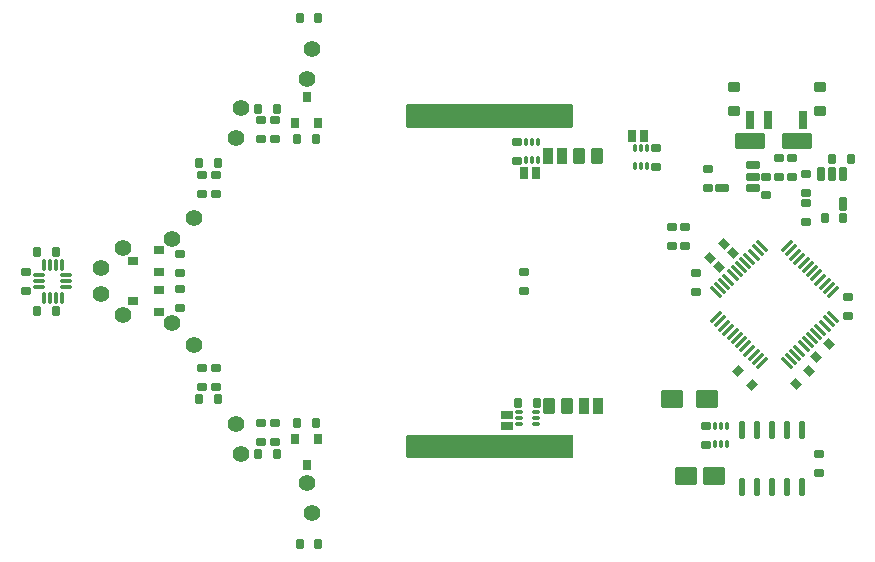
<source format=gts>
G04 #@! TF.GenerationSoftware,KiCad,Pcbnew,7.0.5*
G04 #@! TF.CreationDate,2024-01-12T07:50:16+09:00*
G04 #@! TF.ProjectId,uglyBob,75676c79-426f-4622-9e6b-696361645f70,rev?*
G04 #@! TF.SameCoordinates,Original*
G04 #@! TF.FileFunction,Soldermask,Top*
G04 #@! TF.FilePolarity,Negative*
%FSLAX46Y46*%
G04 Gerber Fmt 4.6, Leading zero omitted, Abs format (unit mm)*
G04 Created by KiCad (PCBNEW 7.0.5) date 2024-01-12 07:50:16*
%MOMM*%
%LPD*%
G01*
G04 APERTURE LIST*
G04 Aperture macros list*
%AMRoundRect*
0 Rectangle with rounded corners*
0 $1 Rounding radius*
0 $2 $3 $4 $5 $6 $7 $8 $9 X,Y pos of 4 corners*
0 Add a 4 corners polygon primitive as box body*
4,1,4,$2,$3,$4,$5,$6,$7,$8,$9,$2,$3,0*
0 Add four circle primitives for the rounded corners*
1,1,$1+$1,$2,$3*
1,1,$1+$1,$4,$5*
1,1,$1+$1,$6,$7*
1,1,$1+$1,$8,$9*
0 Add four rect primitives between the rounded corners*
20,1,$1+$1,$2,$3,$4,$5,0*
20,1,$1+$1,$4,$5,$6,$7,0*
20,1,$1+$1,$6,$7,$8,$9,0*
20,1,$1+$1,$8,$9,$2,$3,0*%
G04 Aperture macros list end*
%ADD10C,0.600000*%
%ADD11RoundRect,0.080000X0.320000X-0.620000X0.320000X0.620000X-0.320000X0.620000X-0.320000X-0.620000X0*%
%ADD12RoundRect,0.100000X0.400000X-0.600000X0.400000X0.600000X-0.400000X0.600000X-0.400000X-0.600000X0*%
%ADD13RoundRect,0.037500X0.362500X-0.262500X0.362500X0.262500X-0.362500X0.262500X-0.362500X-0.262500X0*%
%ADD14RoundRect,0.037500X0.262500X0.362500X-0.262500X0.362500X-0.262500X-0.362500X0.262500X-0.362500X0*%
%ADD15RoundRect,0.037500X-0.262500X-0.362500X0.262500X-0.362500X0.262500X0.362500X-0.262500X0.362500X0*%
%ADD16C,1.400000*%
%ADD17RoundRect,0.019685X-0.280315X0.530315X-0.280315X-0.530315X0.280315X-0.530315X0.280315X0.530315X0*%
%ADD18RoundRect,0.140000X-1.110000X0.560000X-1.110000X-0.560000X1.110000X-0.560000X1.110000X0.560000X0*%
%ADD19RoundRect,0.100000X0.150000X0.650000X-0.150000X0.650000X-0.150000X-0.650000X0.150000X-0.650000X0*%
%ADD20RoundRect,0.037500X-0.362500X0.262500X-0.362500X-0.262500X0.362500X-0.262500X0.362500X0.262500X0*%
%ADD21RoundRect,0.060000X0.390000X0.240000X-0.390000X0.240000X-0.390000X-0.240000X0.390000X-0.240000X0*%
%ADD22RoundRect,0.037500X0.441942X0.070711X0.070711X0.441942X-0.441942X-0.070711X-0.070711X-0.441942X0*%
%ADD23RoundRect,0.060000X-0.240000X0.390000X-0.240000X-0.390000X0.240000X-0.390000X0.240000X0.390000X0*%
%ADD24RoundRect,0.050000X-0.318198X-0.459619X0.459619X0.318198X0.318198X0.459619X-0.459619X-0.318198X0*%
%ADD25RoundRect,0.050000X0.459619X-0.318198X-0.318198X0.459619X-0.459619X0.318198X0.318198X-0.459619X0*%
%ADD26RoundRect,0.050000X0.318198X0.459619X-0.459619X-0.318198X-0.318198X-0.459619X0.459619X0.318198X0*%
%ADD27RoundRect,0.037500X0.070711X-0.441942X0.441942X-0.070711X-0.070711X0.441942X-0.441942X0.070711X0*%
%ADD28RoundRect,0.070000X0.280000X0.680000X-0.280000X0.680000X-0.280000X-0.680000X0.280000X-0.680000X0*%
%ADD29RoundRect,0.080000X0.420000X0.320000X-0.420000X0.320000X-0.420000X-0.320000X0.420000X-0.320000X0*%
%ADD30RoundRect,0.080000X-0.320000X0.620000X-0.320000X-0.620000X0.320000X-0.620000X0.320000X0.620000X0*%
%ADD31RoundRect,0.100000X-0.400000X0.600000X-0.400000X-0.600000X0.400000X-0.600000X0.400000X0.600000X0*%
%ADD32RoundRect,0.075000X0.425000X0.300000X-0.425000X0.300000X-0.425000X-0.300000X0.425000X-0.300000X0*%
%ADD33RoundRect,0.060000X0.240000X-0.390000X0.240000X0.390000X-0.240000X0.390000X-0.240000X-0.390000X0*%
%ADD34RoundRect,0.060000X0.090000X-0.275000X0.090000X0.275000X-0.090000X0.275000X-0.090000X-0.275000X0*%
%ADD35RoundRect,0.060000X-0.090000X0.275000X-0.090000X-0.275000X0.090000X-0.275000X0.090000X0.275000X0*%
%ADD36RoundRect,0.060000X0.275000X0.090000X-0.275000X0.090000X-0.275000X-0.090000X0.275000X-0.090000X0*%
%ADD37RoundRect,0.075000X0.300000X-0.425000X0.300000X0.425000X-0.300000X0.425000X-0.300000X-0.425000X0*%
%ADD38RoundRect,0.019685X0.530315X0.280315X-0.530315X0.280315X-0.530315X-0.280315X0.530315X-0.280315X0*%
%ADD39RoundRect,0.075000X-0.300000X0.425000X-0.300000X-0.425000X0.300000X-0.425000X0.300000X0.425000X0*%
%ADD40RoundRect,0.050000X-0.850000X-0.700000X0.850000X-0.700000X0.850000X0.700000X-0.850000X0.700000X0*%
%ADD41RoundRect,0.060000X-0.090000X0.440000X-0.090000X-0.440000X0.090000X-0.440000X0.090000X0.440000X0*%
%ADD42RoundRect,0.060000X-0.440000X-0.090000X0.440000X-0.090000X0.440000X0.090000X-0.440000X0.090000X0*%
%ADD43RoundRect,0.093750X0.806250X0.656250X-0.806250X0.656250X-0.806250X-0.656250X0.806250X-0.656250X0*%
G04 APERTURE END LIST*
D10*
X104950000Y-89450000D03*
D11*
X104950000Y-89450000D03*
D10*
X106150000Y-89450000D03*
D11*
X106150000Y-89450000D03*
D10*
X107550000Y-89450000D03*
D12*
X107550000Y-89450000D03*
D10*
X109050000Y-89450000D03*
D12*
X109050000Y-89450000D03*
D13*
X114100000Y-90300000D03*
X114100000Y-88700000D03*
X117500000Y-100950000D03*
X117500000Y-99350000D03*
X73800000Y-99300000D03*
X73800000Y-97700000D03*
D14*
X104000000Y-110300000D03*
X102400000Y-110300000D03*
D13*
X81800000Y-88000000D03*
X81800000Y-86400000D03*
D14*
X77000000Y-110000000D03*
X75400000Y-110000000D03*
D15*
X83700000Y-88000000D03*
X85300000Y-88000000D03*
D16*
X78530148Y-112123649D03*
X78949288Y-114628827D03*
X78530148Y-87876351D03*
X78949288Y-85371173D03*
X73138532Y-103570056D03*
X74926740Y-105373916D03*
X73138532Y-96429944D03*
X74926740Y-94626084D03*
D13*
X116500000Y-97000000D03*
X116500000Y-95400000D03*
D17*
X129950000Y-90900000D03*
X129000000Y-90900000D03*
X128050000Y-90900000D03*
X129950000Y-93500000D03*
D10*
X126500000Y-88100000D03*
D18*
X126000000Y-88100000D03*
D10*
X125500000Y-88100000D03*
X122500000Y-88100000D03*
D18*
X122000000Y-88100000D03*
D10*
X121500000Y-88100000D03*
D14*
X85300000Y-112000000D03*
X83700000Y-112000000D03*
D19*
X121360000Y-117405000D03*
X121360000Y-112595000D03*
X122630000Y-117405000D03*
X122630000Y-112595000D03*
X123900000Y-117405000D03*
X123900000Y-112595000D03*
X125170000Y-117405000D03*
X125170000Y-112595000D03*
X126440000Y-117405000D03*
X126440000Y-112595000D03*
D20*
X76800000Y-107400000D03*
X76800000Y-109000000D03*
D21*
X72000000Y-99250000D03*
X72000000Y-97350000D03*
X69800000Y-98300000D03*
D20*
X80600000Y-86400000D03*
X80600000Y-88000000D03*
D22*
X122165685Y-108765685D03*
X121034315Y-107634315D03*
D23*
X85450000Y-113400000D03*
X83550000Y-113400000D03*
X84500000Y-115600000D03*
D13*
X60700000Y-100800000D03*
X60700000Y-99200000D03*
D24*
X129049747Y-100939340D03*
X128696194Y-100585786D03*
X128342641Y-100232233D03*
X127989087Y-99878680D03*
X127635534Y-99525126D03*
X127281981Y-99171573D03*
X126928427Y-98818019D03*
X126574874Y-98464466D03*
X126221320Y-98110913D03*
X125867767Y-97757359D03*
X125514214Y-97403806D03*
X125160660Y-97050253D03*
D25*
X123039340Y-97050253D03*
X122685786Y-97403806D03*
X122332233Y-97757359D03*
X121978680Y-98110913D03*
X121625126Y-98464466D03*
X121271573Y-98818019D03*
X120918019Y-99171573D03*
X120564466Y-99525126D03*
X120210913Y-99878680D03*
X119857359Y-100232233D03*
X119503806Y-100585786D03*
X119150253Y-100939340D03*
D26*
X119150253Y-103060660D03*
X119503806Y-103414214D03*
X119857359Y-103767767D03*
X120210913Y-104121320D03*
X120564466Y-104474874D03*
X120918019Y-104828427D03*
X121271573Y-105181981D03*
X121625126Y-105535534D03*
X121978680Y-105889087D03*
X122332233Y-106242641D03*
X122685786Y-106596194D03*
X123039340Y-106949747D03*
D25*
X125160660Y-106949747D03*
X125514214Y-106596194D03*
X125867767Y-106242641D03*
X126221320Y-105889087D03*
X126574874Y-105535534D03*
X126928427Y-105181981D03*
X127281981Y-104828427D03*
X127635534Y-104474874D03*
X127989087Y-104121320D03*
X128342641Y-103767767D03*
X128696194Y-103414214D03*
X129049747Y-103060660D03*
D13*
X75600000Y-92600000D03*
X75600000Y-91000000D03*
D20*
X124500000Y-89550000D03*
X124500000Y-91150000D03*
D16*
X84562532Y-117136564D03*
X84922342Y-119650950D03*
X84562532Y-82863436D03*
X84922342Y-80349050D03*
X68944963Y-102832197D03*
X67061305Y-101128251D03*
X68944963Y-97167803D03*
X67061305Y-98871749D03*
D27*
X119434315Y-98765685D03*
X120565685Y-97634315D03*
D28*
X126550000Y-86350000D03*
X123550000Y-86350000D03*
X122050000Y-86350000D03*
D29*
X127950000Y-85600000D03*
X127950000Y-83600000D03*
X120650000Y-85600000D03*
X120650000Y-83600000D03*
D20*
X127850000Y-114650000D03*
X127850000Y-116250000D03*
D13*
X115400000Y-97000000D03*
X115400000Y-95400000D03*
D15*
X61700000Y-97500000D03*
X63300000Y-97500000D03*
D10*
X109150000Y-110550000D03*
D30*
X109150000Y-110550000D03*
D10*
X107950000Y-110550000D03*
D30*
X107950000Y-110550000D03*
D10*
X106550000Y-110550000D03*
D31*
X106550000Y-110550000D03*
D10*
X105050000Y-110550000D03*
D31*
X105050000Y-110550000D03*
D20*
X126800000Y-90900000D03*
X126800000Y-92500000D03*
D14*
X129950000Y-94700000D03*
X128350000Y-94700000D03*
X77000000Y-90000000D03*
X75400000Y-90000000D03*
D15*
X80400000Y-114600000D03*
X82000000Y-114600000D03*
D27*
X127584315Y-106415685D03*
X128715685Y-105284315D03*
D32*
X101450000Y-112300000D03*
X101450000Y-111300000D03*
D13*
X80600000Y-113600000D03*
X80600000Y-112000000D03*
X125600000Y-91150000D03*
X125600000Y-89550000D03*
D33*
X83550000Y-86600000D03*
X85450000Y-86600000D03*
X84500000Y-84400000D03*
D34*
X112300000Y-90240000D03*
X112800000Y-90240000D03*
X113300000Y-90240000D03*
X113300000Y-88760000D03*
X112800000Y-88760000D03*
X112300000Y-88760000D03*
D21*
X72000000Y-102650000D03*
X72000000Y-100750000D03*
X69800000Y-101700000D03*
D35*
X120100000Y-112310000D03*
X119600000Y-112310000D03*
X119100000Y-112310000D03*
X119100000Y-113790000D03*
X119600000Y-113790000D03*
X120100000Y-113790000D03*
D36*
X103940000Y-112100000D03*
X103940000Y-111600000D03*
X103940000Y-111100000D03*
X102460000Y-111100000D03*
X102460000Y-111600000D03*
X102460000Y-112100000D03*
D35*
X104050000Y-88260000D03*
X103550000Y-88260000D03*
X103050000Y-88260000D03*
X103050000Y-89740000D03*
X103550000Y-89740000D03*
X104050000Y-89740000D03*
D15*
X83900000Y-122250000D03*
X85500000Y-122250000D03*
D20*
X130350000Y-101350000D03*
X130350000Y-102950000D03*
D37*
X112050000Y-87750000D03*
X113050000Y-87750000D03*
D38*
X122300000Y-92100000D03*
X122300000Y-91150000D03*
X122300000Y-90200000D03*
X119700000Y-92100000D03*
D20*
X81800000Y-112000000D03*
X81800000Y-113600000D03*
D15*
X80400000Y-85400000D03*
X82000000Y-85400000D03*
D14*
X63300000Y-102500000D03*
X61700000Y-102500000D03*
D39*
X103900000Y-90850000D03*
X102900000Y-90850000D03*
D13*
X73800000Y-102300000D03*
X73800000Y-100700000D03*
D40*
X119000000Y-116500000D03*
X116600000Y-116500000D03*
D20*
X75600000Y-107400000D03*
X75600000Y-109000000D03*
D13*
X118500000Y-92100000D03*
X118500000Y-90500000D03*
D41*
X63750000Y-98600000D03*
X63250000Y-98600000D03*
X62750000Y-98600000D03*
X62250000Y-98600000D03*
D42*
X61850000Y-99500000D03*
X61850000Y-100000000D03*
X61850000Y-100500000D03*
D41*
X62250000Y-101400000D03*
X62750000Y-101400000D03*
X63250000Y-101400000D03*
X63750000Y-101400000D03*
D42*
X64150000Y-100500000D03*
X64150000Y-100000000D03*
X64150000Y-99500000D03*
D15*
X83900000Y-77750000D03*
X85500000Y-77750000D03*
D43*
X118400000Y-110000000D03*
X115400000Y-110000000D03*
D27*
X118684315Y-98015685D03*
X119815685Y-96884315D03*
D20*
X126800000Y-93400000D03*
X126800000Y-95000000D03*
X102900000Y-99200000D03*
X102900000Y-100800000D03*
D14*
X130600000Y-89700000D03*
X129000000Y-89700000D03*
D27*
X125934315Y-108715685D03*
X127065685Y-107584315D03*
D20*
X102300000Y-88200000D03*
X102300000Y-89800000D03*
D13*
X76800000Y-92600000D03*
X76800000Y-91000000D03*
D20*
X118300000Y-112250000D03*
X118300000Y-113850000D03*
D13*
X123400000Y-92750000D03*
X123400000Y-91150000D03*
G36*
X106993039Y-85019685D02*
G01*
X107038794Y-85072489D01*
X107050000Y-85124000D01*
X107050000Y-86876000D01*
X107030315Y-86943039D01*
X106977511Y-86988794D01*
X106926000Y-87000000D01*
X93074000Y-87000000D01*
X93006961Y-86980315D01*
X92961206Y-86927511D01*
X92950000Y-86876000D01*
X92950000Y-85124000D01*
X92969685Y-85056961D01*
X93022489Y-85011206D01*
X93074000Y-85000000D01*
X106926000Y-85000000D01*
X106993039Y-85019685D01*
G37*
G36*
X106993039Y-113019685D02*
G01*
X107038794Y-113072489D01*
X107050000Y-113124000D01*
X107050000Y-114876000D01*
X107030315Y-114943039D01*
X106977511Y-114988794D01*
X106926000Y-115000000D01*
X93074000Y-115000000D01*
X93006961Y-114980315D01*
X92961206Y-114927511D01*
X92950000Y-114876000D01*
X92950000Y-113124000D01*
X92969685Y-113056961D01*
X93022489Y-113011206D01*
X93074000Y-113000000D01*
X106926000Y-113000000D01*
X106993039Y-113019685D01*
G37*
M02*

</source>
